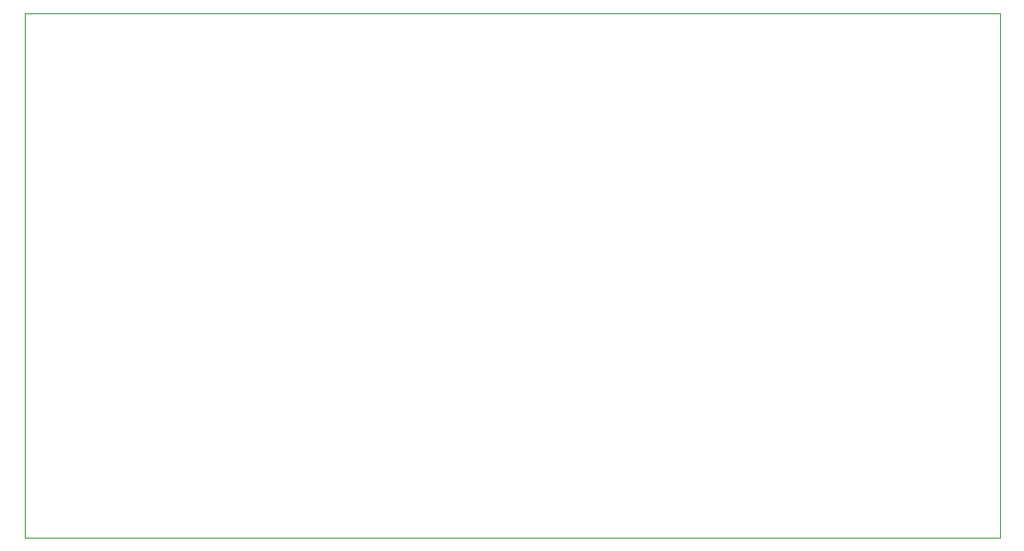
<source format=gbr>
G04 (created by PCBNEW (2013-08-24 BZR 4298)-stable) date Sun 04 May 2014 09:36:58 AM PDT*
%MOIN*%
G04 Gerber Fmt 3.4, Leading zero omitted, Abs format*
%FSLAX34Y34*%
G01*
G70*
G90*
G04 APERTURE LIST*
%ADD10C,0.005906*%
%ADD11C,0.003937*%
G04 APERTURE END LIST*
G54D10*
G54D11*
X70236Y-24685D02*
X33622Y-24685D01*
X70236Y-44370D02*
X70236Y-24685D01*
X33622Y-44370D02*
X70236Y-44370D01*
X33622Y-24685D02*
X33622Y-44370D01*
M02*

</source>
